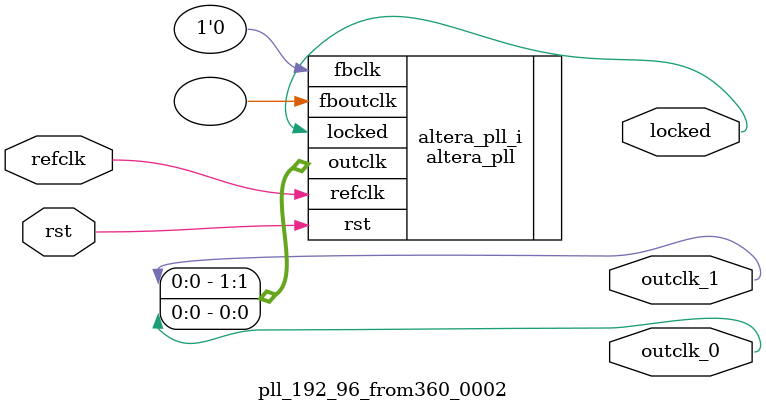
<source format=v>
`timescale 1ns/10ps
module  pll_192_96_from360_0002(

	// interface 'refclk'
	input wire refclk,

	// interface 'reset'
	input wire rst,

	// interface 'outclk0'
	output wire outclk_0,

	// interface 'outclk1'
	output wire outclk_1,

	// interface 'locked'
	output wire locked
);

	altera_pll #(
		.fractional_vco_multiplier("false"),
		.reference_clock_frequency("360.0 MHz"),
		.operation_mode("direct"),
		.number_of_clocks(2),
		.output_clock_frequency0("192.000000 MHz"),
		.phase_shift0("0 ps"),
		.duty_cycle0(50),
		.output_clock_frequency1("96.000000 MHz"),
		.phase_shift1("0 ps"),
		.duty_cycle1(50),
		.output_clock_frequency2("0 MHz"),
		.phase_shift2("0 ps"),
		.duty_cycle2(50),
		.output_clock_frequency3("0 MHz"),
		.phase_shift3("0 ps"),
		.duty_cycle3(50),
		.output_clock_frequency4("0 MHz"),
		.phase_shift4("0 ps"),
		.duty_cycle4(50),
		.output_clock_frequency5("0 MHz"),
		.phase_shift5("0 ps"),
		.duty_cycle5(50),
		.output_clock_frequency6("0 MHz"),
		.phase_shift6("0 ps"),
		.duty_cycle6(50),
		.output_clock_frequency7("0 MHz"),
		.phase_shift7("0 ps"),
		.duty_cycle7(50),
		.output_clock_frequency8("0 MHz"),
		.phase_shift8("0 ps"),
		.duty_cycle8(50),
		.output_clock_frequency9("0 MHz"),
		.phase_shift9("0 ps"),
		.duty_cycle9(50),
		.output_clock_frequency10("0 MHz"),
		.phase_shift10("0 ps"),
		.duty_cycle10(50),
		.output_clock_frequency11("0 MHz"),
		.phase_shift11("0 ps"),
		.duty_cycle11(50),
		.output_clock_frequency12("0 MHz"),
		.phase_shift12("0 ps"),
		.duty_cycle12(50),
		.output_clock_frequency13("0 MHz"),
		.phase_shift13("0 ps"),
		.duty_cycle13(50),
		.output_clock_frequency14("0 MHz"),
		.phase_shift14("0 ps"),
		.duty_cycle14(50),
		.output_clock_frequency15("0 MHz"),
		.phase_shift15("0 ps"),
		.duty_cycle15(50),
		.output_clock_frequency16("0 MHz"),
		.phase_shift16("0 ps"),
		.duty_cycle16(50),
		.output_clock_frequency17("0 MHz"),
		.phase_shift17("0 ps"),
		.duty_cycle17(50),
		.pll_type("General"),
		.pll_subtype("General")
	) altera_pll_i (
		.rst	(rst),
		.outclk	({outclk_1, outclk_0}),
		.locked	(locked),
		.fboutclk	( ),
		.fbclk	(1'b0),
		.refclk	(refclk)
	);
endmodule


</source>
